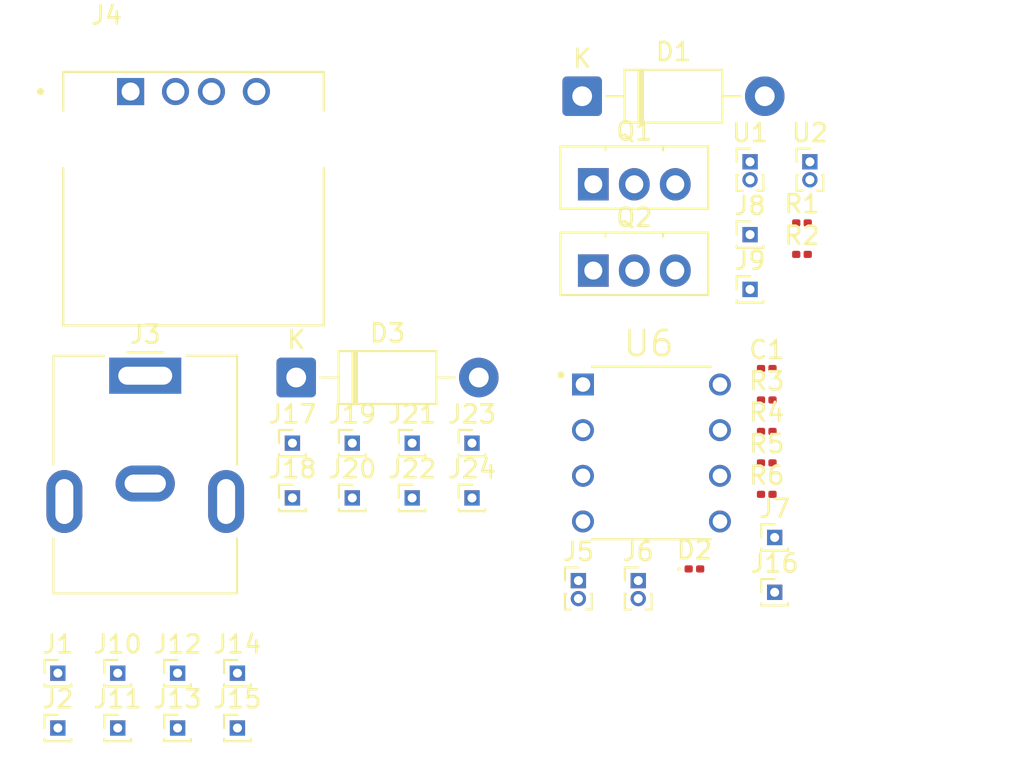
<source format=kicad_pcb>
(kicad_pcb (version 20241229) (generator "pcbnew") (generator_version "9.0")
  (layers (0 "F.Cu" signal) (2 "B.Cu" signal) (13 "F.Paste" user) (15 "B.Paste" user) (5 "F.SilkS" user "F.Silkscreen") (7 "B.SilkS" user "B.Silkscreen") (1 "F.Mask" user) (3 "B.Mask" user) (25 "Edge.Cuts" user))
  (net 0 "")
  (net 1 "GND")
  (net 2 "Net-(J6-Pin_1)")
  (net 3 "+12V")
  (net 4 "Net-(D1-A)")
  (net 5 "Net-(D2-A)")
  (net 6 "Net-(D3-A)")
  (net 7 "+5V Pi")
  (net 8 "Net-(J1-Pin_1)")
  (net 9 "+7V")
  (net 12 "Net-(J5-Pin_1)")
  (net 13 "Net-(J7-Pin_1)")
  (net 14 "Net-(J8-Pin_1)")
  (net 15 "Net-(J9-Pin_1)")
  (net 16 "Net-(J10-Pin_1)")
  (net 17 "Net-(J16-Pin_1)")
  (net 18 "Net-(Q1-B)")
  (net 19 "Net-(Q2-C)")
  (net 20 "Net-(Q2-B)")
  (net 21 "Net-(U6-DISCH)")
  (footprint "Connector_BarrelJack:BarrelJack_CUI_PJ-063AH_Horizontal" (layer "F.Cu") (at 6.025 17.175)
    (property "Reference" "J3" (at 0 -2.3 0) (layer "F.SilkS"))
    (property "Value" "Barrel_Jack")
    (fp_line (start -5.11 -1.11) (end -2.3 -1.11) (stroke (width 0.12)) (layer "F.SilkS"))
    (fp_line (start -5.11 4.95) (end -5.11 -1.11) (stroke (width 0.12)) (layer "F.SilkS"))
    (fp_line (start -5.11 12.11) (end -5.11 9.05) (stroke (width 0.12)) (layer "F.SilkS"))
    (fp_line (start -1 -1.3) (end 1 -1.3) (stroke (width 0.12)) (layer "F.SilkS"))
    (fp_line (start 2.3 -1.11) (end 5.11 -1.11) (stroke (width 0.12)) (layer "F.SilkS"))
    (fp_line (start 5.11 -1.11) (end 5.11 4.95) (stroke (width 0.12)) (layer "F.SilkS"))
    (fp_line (start 5.11 9.05) (end 5.11 12.11) (stroke (width 0.12)) (layer "F.SilkS"))
    (fp_line (start 5.11 12.11) (end -5.11 12.11) (stroke (width 0.12)) (layer "F.SilkS"))
    (pad "" np_thru_hole circle (at 0 9) (size 1.6 1.6) (drill 1.6) (layers "*.Cu" "*.Mask"))
    (pad "1" thru_hole rect (at 0 0) (size 4 2) (drill oval 3 1) (layers "*.Cu" "*.Mask") (net 3 "+12V"))
    (pad "2" thru_hole oval (at 0 6) (size 3.3 2) (drill oval 2.3 1) (layers "*.Cu" "*.Mask") (net 1 "GND"))
    (pad "MP" thru_hole oval (at -4.5 7) (size 2 3.5) (drill oval 1 2.5) (layers "*.Cu" "*.Mask"))
    (pad "MP" thru_hole oval (at 4.5 7) (size 2 3.5) (drill oval 1 2.5) (layers "*.Cu" "*.Mask"))
  )
  (footprint "Connector_PinHeader_1.00mm:PinHeader_1x01_P1.00mm_Vertical" (layer "F.Cu") (at 1.165 33.725)
    (property "Reference" "J1" (at 0 -1.61 0) (layer "F.SilkS"))
    (property "Value" "GPIO 21")
    (fp_line (start -0.745 -0.735) (end 0 -0.735) (stroke (width 0.12)) (layer "F.SilkS"))
    (fp_line (start -0.745 0) (end -0.745 -0.735) (stroke (width 0.12)) (layer "F.SilkS"))
    (fp_line (start -0.745 0.735) (end -0.745 0.61) (stroke (width 0.12)) (layer "F.SilkS"))
    (fp_line (start -0.745 0.735) (end -0.685565 0.735) (stroke (width 0.12)) (layer "F.SilkS"))
    (fp_line (start -0.745 0.735) (end 0.745 0.735) (stroke (width 0.12)) (layer "F.SilkS"))
    (fp_line (start 0.685565 0.735) (end 0.745 0.735) (stroke (width 0.12)) (layer "F.SilkS"))
    (fp_line (start 0.745 0.735) (end 0.745 0.61) (stroke (width 0.12)) (layer "F.SilkS"))
    (pad "1" thru_hole rect (at 0 0) (size 0.85 0.85) (drill 0.5) (layers "*.Cu" "*.Mask") (net 8 "Net-(J1-Pin_1)"))
  )
  (footprint "Connector_PinHeader_1.00mm:PinHeader_1x01_P1.00mm_Vertical" (layer "F.Cu") (at 14.215 20.925)
    (property "Reference" "J17" (at 0 -1.61 0) (layer "F.SilkS"))
    (property "Value" "Pi4 12V")
    (fp_line (start -0.745 -0.735) (end 0 -0.735) (stroke (width 0.12)) (layer "F.SilkS"))
    (fp_line (start -0.745 0) (end -0.745 -0.735) (stroke (width 0.12)) (layer "F.SilkS"))
    (fp_line (start -0.745 0.735) (end -0.745 0.61) (stroke (width 0.12)) (layer "F.SilkS"))
    (fp_line (start -0.745 0.735) (end -0.685565 0.735) (stroke (width 0.12)) (layer "F.SilkS"))
    (fp_line (start -0.745 0.735) (end 0.745 0.735) (stroke (width 0.12)) (layer "F.SilkS"))
    (fp_line (start 0.685565 0.735) (end 0.745 0.735) (stroke (width 0.12)) (layer "F.SilkS"))
    (fp_line (start 0.745 0.735) (end 0.745 0.61) (stroke (width 0.12)) (layer "F.SilkS"))
    (pad "1" thru_hole rect (at 0 0) (size 0.85 0.85) (drill 0.5) (layers "*.Cu" "*.Mask") (net 3 "+12V"))
  )
  (footprint "Connector_PinHeader_1.00mm:PinHeader_1x01_P1.00mm_Vertical" (layer "F.Cu") (at 41.045 26.175)
    (property "Reference" "J7" (at 0 -1.61 0) (layer "F.SilkS"))
    (property "Value" "GPIO 22")
    (fp_line (start -0.745 -0.735) (end 0 -0.735) (stroke (width 0.12)) (layer "F.SilkS"))
    (fp_line (start -0.745 0) (end -0.745 -0.735) (stroke (width 0.12)) (layer "F.SilkS"))
    (fp_line (start -0.745 0.735) (end -0.745 0.61) (stroke (width 0.12)) (layer "F.SilkS"))
    (fp_line (start -0.745 0.735) (end -0.685565 0.735) (stroke (width 0.12)) (layer "F.SilkS"))
    (fp_line (start -0.745 0.735) (end 0.745 0.735) (stroke (width 0.12)) (layer "F.SilkS"))
    (fp_line (start 0.685565 0.735) (end 0.745 0.735) (stroke (width 0.12)) (layer "F.SilkS"))
    (fp_line (start 0.745 0.735) (end 0.745 0.61) (stroke (width 0.12)) (layer "F.SilkS"))
    (pad "1" thru_hole rect (at 0 0) (size 0.85 0.85) (drill 0.5) (layers "*.Cu" "*.Mask") (net 13 "Net-(J7-Pin_1)"))
  )
  (footprint "Connector_PinHeader_1.00mm:PinHeader_1x02_P1.00mm_Vertical" (layer "F.Cu") (at 30.125 28.575)
    (property "Reference" "J5" (at 0 -1.61 0) (layer "F.SilkS"))
    (property "Value" "Tanner's Capacitor")
    (fp_line (start -0.745 -0.735) (end 0 -0.735) (stroke (width 0.12)) (layer "F.SilkS"))
    (fp_line (start -0.745 0) (end -0.745 -0.735) (stroke (width 0.12)) (layer "F.SilkS"))
    (fp_line (start -0.745 0.735) (end -0.745 1.61) (stroke (width 0.12)) (layer "F.SilkS"))
    (fp_line (start -0.745 0.735) (end -0.685565 0.735) (stroke (width 0.12)) (layer "F.SilkS"))
    (fp_line (start -0.745 1.61) (end -0.41003 1.61) (stroke (width 0.12)) (layer "F.SilkS"))
    (fp_line (start 0.41003 1.61) (end 0.745 1.61) (stroke (width 0.12)) (layer "F.SilkS"))
    (fp_line (start 0.685565 0.735) (end 0.745 0.735) (stroke (width 0.12)) (layer "F.SilkS"))
    (fp_line (start 0.745 0.735) (end 0.745 1.61) (stroke (width 0.12)) (layer "F.SilkS"))
    (pad "1" thru_hole rect (at 0 0) (size 0.85 0.85) (drill 0.5) (layers "*.Cu" "*.Mask") (net 12 "Net-(J5-Pin_1)"))
    (pad "2" thru_hole circle (at 0 1) (size 0.85 0.85) (drill 0.5) (layers "*.Cu" "*.Mask") (net 1 "GND"))
  )
  (footprint "Connector_PinHeader_1.00mm:PinHeader_1x01_P1.00mm_Vertical" (layer "F.Cu") (at 17.545 23.975)
    (property "Reference" "J20" (at 0 -1.61 0) (layer "F.SilkS"))
    (property "Value" "Pi Buck GND")
    (fp_line (start -0.745 -0.735) (end 0 -0.735) (stroke (width 0.12)) (layer "F.SilkS"))
    (fp_line (start -0.745 0) (end -0.745 -0.735) (stroke (width 0.12)) (layer "F.SilkS"))
    (fp_line (start -0.745 0.735) (end -0.745 0.61) (stroke (width 0.12)) (layer "F.SilkS"))
    (fp_line (start -0.745 0.735) (end -0.685565 0.735) (stroke (width 0.12)) (layer "F.SilkS"))
    (fp_line (start -0.745 0.735) (end 0.745 0.735) (stroke (width 0.12)) (layer "F.SilkS"))
    (fp_line (start 0.685565 0.735) (end 0.745 0.735) (stroke (width 0.12)) (layer "F.SilkS"))
    (fp_line (start 0.745 0.735) (end 0.745 0.61) (stroke (width 0.12)) (layer "F.SilkS"))
    (pad "1" thru_hole rect (at 0 0) (size 0.85 0.85) (drill 0.5) (layers "*.Cu" "*.Mask") (net 1 "GND"))
  )
  (footprint "Connector_PinHeader_1.00mm:PinHeader_1x01_P1.00mm_Vertical" (layer "F.Cu") (at 1.165 36.775)
    (property "Reference" "J2" (at 0 -1.61 0) (layer "F.SilkS"))
    (property "Value" "Pan 5V")
    (fp_line (start -0.745 -0.735) (end 0 -0.735) (stroke (width 0.12)) (layer "F.SilkS"))
    (fp_line (start -0.745 0) (end -0.745 -0.735) (stroke (width 0.12)) (layer "F.SilkS"))
    (fp_line (start -0.745 0.735) (end -0.745 0.61) (stroke (width 0.12)) (layer "F.SilkS"))
    (fp_line (start -0.745 0.735) (end -0.685565 0.735) (stroke (width 0.12)) (layer "F.SilkS"))
    (fp_line (start -0.745 0.735) (end 0.745 0.735) (stroke (width 0.12)) (layer "F.SilkS"))
    (fp_line (start 0.685565 0.735) (end 0.745 0.735) (stroke (width 0.12)) (layer "F.SilkS"))
    (fp_line (start 0.745 0.735) (end 0.745 0.61) (stroke (width 0.12)) (layer "F.SilkS"))
    (pad "1" thru_hole rect (at 0 0) (size 0.85 0.85) (drill 0.5) (layers "*.Cu" "*.Mask") (net 9 "+7V"))
  )
  (footprint "Connector_PinHeader_1.00mm:PinHeader_1x01_P1.00mm_Vertical" (layer "F.Cu") (at 7.825 33.725)
    (property "Reference" "J12" (at 0 -1.61 0) (layer "F.SilkS"))
    (property "Value" "Pan GND")
    (fp_line (start -0.745 -0.735) (end 0 -0.735) (stroke (width 0.12)) (layer "F.SilkS"))
    (fp_line (start -0.745 0) (end -0.745 -0.735) (stroke (width 0.12)) (layer "F.SilkS"))
    (fp_line (start -0.745 0.735) (end -0.745 0.61) (stroke (width 0.12)) (layer "F.SilkS"))
    (fp_line (start -0.745 0.735) (end -0.685565 0.735) (stroke (width 0.12)) (layer "F.SilkS"))
    (fp_line (start -0.745 0.735) (end 0.745 0.735) (stroke (width 0.12)) (layer "F.SilkS"))
    (fp_line (start 0.685565 0.735) (end 0.745 0.735) (stroke (width 0.12)) (layer "F.SilkS"))
    (fp_line (start 0.745 0.735) (end 0.745 0.61) (stroke (width 0.12)) (layer "F.SilkS"))
    (pad "1" thru_hole rect (at 0 0) (size 0.85 0.85) (drill 0.5) (layers "*.Cu" "*.Mask") (net 1 "GND"))
  )
  (footprint "Connector_PinHeader_1.00mm:PinHeader_1x01_P1.00mm_Vertical" (layer "F.Cu") (at 14.215 23.975)
    (property "Reference" "J18" (at 0 -1.61 0) (layer "F.SilkS"))
    (property "Value" "Pi4 GND")
    (fp_line (start -0.745 -0.735) (end 0 -0.735) (stroke (width 0.12)) (layer "F.SilkS"))
    (fp_line (start -0.745 0) (end -0.745 -0.735) (stroke (width 0.12)) (layer "F.SilkS"))
    (fp_line (start -0.745 0.735) (end -0.745 0.61) (stroke (width 0.12)) (layer "F.SilkS"))
    (fp_line (start -0.745 0.735) (end -0.685565 0.735) (stroke (width 0.12)) (layer "F.SilkS"))
    (fp_line (start -0.745 0.735) (end 0.745 0.735) (stroke (width 0.12)) (layer "F.SilkS"))
    (fp_line (start 0.685565 0.735) (end 0.745 0.735) (stroke (width 0.12)) (layer "F.SilkS"))
    (fp_line (start 0.745 0.735) (end 0.745 0.61) (stroke (width 0.12)) (layer "F.SilkS"))
    (pad "1" thru_hole rect (at 0 0) (size 0.85 0.85) (drill 0.5) (layers "*.Cu" "*.Mask") (net 1 "GND"))
  )
  (footprint "Connector_PinHeader_1.00mm:PinHeader_1x01_P1.00mm_Vertical" (layer "F.Cu") (at 4.495 33.725)
    (property "Reference" "J10" (at 0 -1.61 0) (layer "F.SilkS"))
    (property "Value" "GPIO 20")
    (fp_line (start -0.745 -0.735) (end 0 -0.735) (stroke (width 0.12)) (layer "F.SilkS"))
    (fp_line (start -0.745 0) (end -0.745 -0.735) (stroke (width 0.12)) (layer "F.SilkS"))
    (fp_line (start -0.745 0.735) (end -0.745 0.61) (stroke (width 0.12)) (layer "F.SilkS"))
    (fp_line (start -0.745 0.735) (end -0.685565 0.735) (stroke (width 0.12)) (layer "F.SilkS"))
    (fp_line (start -0.745 0.735) (end 0.745 0.735) (stroke (width 0.12)) (layer "F.SilkS"))
    (fp_line (start 0.685565 0.735) (end 0.745 0.735) (stroke (width 0.12)) (layer "F.SilkS"))
    (fp_line (start 0.745 0.735) (end 0.745 0.61) (stroke (width 0.12)) (layer "F.SilkS"))
    (pad "1" thru_hole rect (at 0 0) (size 0.85 0.85) (drill 0.5) (layers "*.Cu" "*.Mask") (net 16 "Net-(J10-Pin_1)"))
  )
  (footprint "Connector_PinHeader_1.00mm:PinHeader_1x02_P1.00mm_Vertical" (layer "F.Cu") (at 43.005 5.275)
    (property "Reference" "U2" (at 0 -1.61 0) (layer "F.SilkS"))
    (property "Value" "~")
    (fp_line (start -0.745 -0.735) (end 0 -0.735) (stroke (width 0.12)) (layer "F.SilkS"))
    (fp_line (start -0.745 0) (end -0.745 -0.735) (stroke (width 0.12)) (layer "F.SilkS"))
    (fp_line (start -0.745 0.735) (end -0.745 1.61) (stroke (width 0.12)) (layer "F.SilkS"))
    (fp_line (start -0.745 0.735) (end -0.685565 0.735) (stroke (width 0.12)) (layer "F.SilkS"))
    (fp_line (start -0.745 1.61) (end -0.41003 1.61) (stroke (width 0.12)) (layer "F.SilkS"))
    (fp_line (start 0.41003 1.61) (end 0.745 1.61) (stroke (width 0.12)) (layer "F.SilkS"))
    (fp_line (start 0.685565 0.735) (end 0.745 0.735) (stroke (width 0.12)) (layer "F.SilkS"))
    (fp_line (start 0.745 0.735) (end 0.745 1.61) (stroke (width 0.12)) (layer "F.SilkS"))
    (pad "1" thru_hole rect (at 0 0) (size 0.85 0.85) (drill 0.5) (layers "*.Cu" "*.Mask"))
    (pad "2" thru_hole circle (at 0 1) (size 0.85 0.85) (drill 0.5) (layers "*.Cu" "*.Mask"))
  )
  (footprint "Connector_PinHeader_1.00mm:PinHeader_1x02_P1.00mm_Vertical" (layer "F.Cu") (at 33.455 28.575)
    (property "Reference" "J6" (at 0 -1.61 0) (layer "F.SilkS"))
    (property "Value" "Water Float Switch")
    (fp_line (start -0.745 -0.735) (end 0 -0.735) (stroke (width 0.12)) (layer "F.SilkS"))
    (fp_line (start -0.745 0) (end -0.745 -0.735) (stroke (width 0.12)) (layer "F.SilkS"))
    (fp_line (start -0.745 0.735) (end -0.745 1.61) (stroke (width 0.12)) (layer "F.SilkS"))
    (fp_line (start -0.745 0.735) (end -0.685565 0.735) (stroke (width 0.12)) (layer "F.SilkS"))
    (fp_line (start -0.745 1.61) (end -0.41003 1.61) (stroke (width 0.12)) (layer "F.SilkS"))
    (fp_line (start 0.41003 1.61) (end 0.745 1.61) (stroke (width 0.12)) (layer "F.SilkS"))
    (fp_line (start 0.685565 0.735) (end 0.745 0.735) (stroke (width 0.12)) (layer "F.SilkS"))
    (fp_line (start 0.745 0.735) (end 0.745 1.61) (stroke (width 0.12)) (layer "F.SilkS"))
    (pad "1" thru_hole rect (at 0 0) (size 0.85 0.85) (drill 0.5) (layers "*.Cu" "*.Mask") (net 2 "Net-(J6-Pin_1)"))
    (pad "2" thru_hole circle (at 0 1) (size 0.85 0.85) (drill 0.5) (layers "*.Cu" "*.Mask") (net 12 "Net-(J5-Pin_1)"))
  )
  (footprint "Connector_PinHeader_1.00mm:PinHeader_1x01_P1.00mm_Vertical" (layer "F.Cu") (at 11.155 36.775)
    (property "Reference" "J15" (at 0 -1.61 0) (layer "F.SilkS"))
    (property "Value" "Tilt GND")
    (fp_line (start -0.745 -0.735) (end 0 -0.735) (stroke (width 0.12)) (layer "F.SilkS"))
    (fp_line (start -0.745 0) (end -0.745 -0.735) (stroke (width 0.12)) (layer "F.SilkS"))
    (fp_line (start -0.745 0.735) (end -0.745 0.61) (stroke (width 0.12)) (layer "F.SilkS"))
    (fp_line (start -0.745 0.735) (end -0.685565 0.735) (stroke (width 0.12)) (layer "F.SilkS"))
    (fp_line (start -0.745 0.735) (end 0.745 0.735) (stroke (width 0.12)) (layer "F.SilkS"))
    (fp_line (start 0.685565 0.735) (end 0.745 0.735) (stroke (width 0.12)) (layer "F.SilkS"))
    (fp_line (start 0.745 0.735) (end 0.745 0.61) (stroke (width 0.12)) (layer "F.SilkS"))
    (pad "1" thru_hole rect (at 0 0) (size 0.85 0.85) (drill 0.5) (layers "*.Cu" "*.Mask") (net 1 "GND"))
  )
  (footprint "Resistor_SMD:R_0201_0603Metric" (layer "F.Cu") (at 40.605 20.275)
    (property "Reference" "R4" (at 0 -1.05 0) (layer "F.SilkS"))
    (property "Value" "10k")
    (pad "1" smd roundrect (at -0.32 0) (size 0.46 0.4) (layers "F.Cu" "F.Mask") (net 21 "Net-(U6-DISCH)"))
    (pad "2" smd roundrect (at 0.32 0) (size 0.46 0.4) (layers "F.Cu" "F.Mask") (net 12 "Net-(J5-Pin_1)"))
  )
  (footprint "LM555CN:DIP762W46P254L960H508Q8" (layer "F.Cu") (at 34.19 21.475)
    (property "Reference" "U6" (at -0.155 -6.089 0) (layer "F.SilkS") (effects (font (size 1.4 1.4))))
    (property "Value" "LM555CN")
    (fp_line (start -3.3 -4.8) (end 3.3 -4.8) (stroke (width 0.127)) (layer "F.SilkS"))
    (fp_line (start -3.3 4.8) (end 3.3 4.8) (stroke (width 0.127)) (layer "F.SilkS"))
    (fp_circle (center -5.03 -4.35) (end -4.93 -4.35) (stroke (width 0.2)) (fill no) (layer "F.SilkS"))
    (pad "1" thru_hole rect (at -3.81 -3.81) (size 1.22 1.22) (drill 0.81) (layers "*.Cu" "*.Mask") (net 1 "GND"))
    (pad "2" thru_hole circle (at -3.81 -1.27) (size 1.22 1.22) (drill 0.81) (layers "*.Cu" "*.Mask") (net 12 "Net-(J5-Pin_1)"))
    (pad "3" thru_hole circle (at -3.81 1.27) (size 1.22 1.22) (drill 0.81) (layers "*.Cu" "*.Mask") (net 17 "Net-(J16-Pin_1)"))
    (pad "4" thru_hole circle (at -3.81 3.81) (size 1.22 1.22) (drill 0.81) (layers "*.Cu" "*.Mask") (net 21 "Net-(U6-DISCH)"))
    (pad "5" thru_hole circle (at 3.81 3.81) (size 1.22 1.22) (drill 0.81) (layers "*.Cu" "*.Mask"))
    (pad "6" thru_hole circle (at 3.81 1.27) (size 1.22 1.22) (drill 0.81) (layers "*.Cu" "*.Mask") (net 12 "Net-(J5-Pin_1)"))
    (pad "7" thru_hole circle (at 3.81 -1.27) (size 1.22 1.22) (drill 0.81) (layers "*.Cu" "*.Mask") (net 21 "Net-(U6-DISCH)"))
    (pad "8" thru_hole circle (at 3.81 -3.81) (size 1.22 1.22) (drill 0.81) (layers "*.Cu" "*.Mask") (net 3 "+12V"))
  )
  (footprint "Package_TO_SOT_THT:TO-126-3_Vertical" (layer "F.Cu") (at 30.955 11.325)
    (property "Reference" "Q2" (at 2.28 -2.95 0) (layer "F.SilkS"))
    (property "Value" "C6144")
    (fp_line (start -1.83 -2.11) (end 6.39 -2.11) (stroke (width 0.12)) (layer "F.SilkS"))
    (fp_line (start -1.83 1.36) (end -1.83 -2.11) (stroke (width 0.12)) (layer "F.SilkS"))
    (fp_line (start 0.68 -2.11) (end 0.68 -1.89) (stroke (width 0.12)) (layer "F.SilkS"))
    (fp_line (start 3.88 -2.11) (end 3.88 -1.89) (stroke (width 0.12)) (layer "F.SilkS"))
    (fp_line (start 6.39 -2.11) (end 6.39 1.36) (stroke (width 0.12)) (layer "F.SilkS"))
    (fp_line (start 6.39 1.36) (end -1.83 1.36) (stroke (width 0.12)) (layer "F.SilkS"))
    (pad "1" thru_hole rect (at 0 0) (size 1.71 1.8) (drill 1) (layers "*.Cu" "*.Mask") (net 1 "GND"))
    (pad "2" thru_hole oval (at 2.28 0) (size 1.71 1.8) (drill 1) (layers "*.Cu" "*.Mask") (net 19 "Net-(Q2-C)"))
    (pad "3" thru_hole oval (at 4.56 0) (size 1.71 1.8) (drill 1) (layers "*.Cu" "*.Mask") (net 20 "Net-(Q2-B)"))
  )
  (footprint "LED_SMD:LED_0201_0603Metric" (layer "F.Cu") (at 36.58 27.925)
    (property "Reference" "D2" (at 0 -1.05 0) (layer "F.SilkS"))
    (property "Value" "LED")
    (fp_circle (center -0.86 0) (end -0.81 0) (stroke (width 0.1)) (fill no) (layer "F.SilkS"))
    (pad "1" smd roundrect (at -0.32 0) (size 0.46 0.4) (layers "F.Cu" "F.Mask") (net 1 "GND"))
    (pad "2" smd roundrect (at 0.32 0) (size 0.46 0.4) (layers "F.Cu" "F.Mask") (net 5 "Net-(D2-A)"))
  )
  (footprint "Connector_PinHeader_1.00mm:PinHeader_1x01_P1.00mm_Vertical" (layer "F.Cu") (at 20.875 23.975)
    (property "Reference" "J22" (at 0 -1.61 0) (layer "F.SilkS"))
    (property "Value" "Servo GND")
    (fp_line (start -0.745 -0.735) (end 0 -0.735) (stroke (width 0.12)) (layer "F.SilkS"))
    (fp_line (start -0.745 0) (end -0.745 -0.735) (stroke (width 0.12)) (layer "F.SilkS"))
    (fp_line (start -0.745 0.735) (end -0.745 0.61) (stroke (width 0.12)) (layer "F.SilkS"))
    (fp_line (start -0.745 0.735) (end -0.685565 0.735) (stroke (width 0.12)) (layer "F.SilkS"))
    (fp_line (start -0.745 0.735) (end 0.745 0.735) (stroke (width 0.12)) (layer "F.SilkS"))
    (fp_line (start 0.685565 0.735) (end 0.745 0.735) (stroke (width 0.12)) (layer "F.SilkS"))
    (fp_line (start 0.745 0.735) (end 0.745 0.61) (stroke (width 0.12)) (layer "F.SilkS"))
    (pad "1" thru_hole rect (at 0 0) (size 0.85 0.85) (drill 0.5) (layers "*.Cu" "*.Mask") (net 1 "GND"))
  )
  (footprint "Connector_PinHeader_1.00mm:PinHeader_1x01_P1.00mm_Vertical" (layer "F.Cu") (at 20.875 20.925)
    (property "Reference" "J21" (at 0 -1.61 0) (layer "F.SilkS"))
    (property "Value" "Servo 12V")
    (fp_line (start -0.745 -0.735) (end 0 -0.735) (stroke (width 0.12)) (layer "F.SilkS"))
    (fp_line (start -0.745 0) (end -0.745 -0.735) (stroke (width 0.12)) (layer "F.SilkS"))
    (fp_line (start -0.745 0.735) (end -0.745 0.61) (stroke (width 0.12)) (layer "F.SilkS"))
    (fp_line (start -0.745 0.735) (end -0.685565 0.735) (stroke (width 0.12)) (layer "F.SilkS"))
    (fp_line (start -0.745 0.735) (end 0.745 0.735) (stroke (width 0.12)) (layer "F.SilkS"))
    (fp_line (start 0.685565 0.735) (end 0.745 0.735) (stroke (width 0.12)) (layer "F.SilkS"))
    (fp_line (start 0.745 0.735) (end 0.745 0.61) (stroke (width 0.12)) (layer "F.SilkS"))
    (pad "1" thru_hole rect (at 0 0) (size 0.85 0.85) (drill 0.5) (layers "*.Cu" "*.Mask") (net 3 "+12V"))
  )
  (footprint "Connector_PinHeader_1.00mm:PinHeader_1x02_P1.00mm_Vertical" (layer "F.Cu") (at 39.675 5.275)
    (property "Reference" "U1" (at 0 -1.61 0) (layer "F.SilkS"))
    (property "Value" "~")
    (fp_line (start -0.745 -0.735) (end 0 -0.735) (stroke (width 0.12)) (layer "F.SilkS"))
    (fp_line (start -0.745 0) (end -0.745 -0.735) (stroke (width 0.12)) (layer "F.SilkS"))
    (fp_line (start -0.745 0.735) (end -0.745 1.61) (stroke (width 0.12)) (layer "F.SilkS"))
    (fp_line (start -0.745 0.735) (end -0.685565 0.735) (stroke (width 0.12)) (layer "F.SilkS"))
    (fp_line (start -0.745 1.61) (end -0.41003 1.61) (stroke (width 0.12)) (layer "F.SilkS"))
    (fp_line (start 0.41003 1.61) (end 0.745 1.61) (stroke (width 0.12)) (layer "F.SilkS"))
    (fp_line (start 0.685565 0.735) (end 0.745 0.735) (stroke (width 0.12)) (layer "F.SilkS"))
    (fp_line (start 0.745 0.735) (end 0.745 1.61) (stroke (width 0.12)) (layer "F.SilkS"))
    (pad "1" thru_hole rect (at 0 0) (size 0.85 0.85) (drill 0.5) (layers "*.Cu" "*.Mask"))
    (pad "2" thru_hole circle (at 0 1) (size 0.85 0.85) (drill 0.5) (layers "*.Cu" "*.Mask"))
  )
  (footprint "Connector_PinHeader_1.00mm:PinHeader_1x01_P1.00mm_Vertical" (layer "F.Cu") (at 17.545 20.925)
    (property "Reference" "J19" (at 0 -1.61 0) (layer "F.SilkS"))
    (property "Value" "Pi Buck 5V")
    (fp_line (start -0.745 -0.735) (end 0 -0.735) (stroke (width 0.12)) (layer "F.SilkS"))
    (fp_line (start -0.745 0) (end -0.745 -0.735) (stroke (width 0.12)) (layer "F.SilkS"))
    (fp_line (start -0.745 0.735) (end -0.745 0.61) (stroke (width 0.12)) (layer "F.SilkS"))
    (fp_line (start -0.745 0.735) (end -0.685565 0.735) (stroke (width 0.12)) (layer "F.SilkS"))
    (fp_line (start -0.745 0.735) (end 0.745 0.735) (stroke (width 0.12)) (layer "F.SilkS"))
    (fp_line (start 0.685565 0.735) (end 0.745 0.735) (stroke (width 0.12)) (layer "F.SilkS"))
    (fp_line (start 0.745 0.735) (end 0.745 0.61) (stroke (width 0.12)) (layer "F.SilkS"))
    (pad "1" thru_hole rect (at 0 0) (size 0.85 0.85) (drill 0.5) (layers "*.Cu" "*.Mask") (net 6 "Net-(D3-A)"))
  )
  (footprint "Resistor_SMD:R_0201_0603Metric" (layer "F.Cu") (at 42.565 8.675)
    (property "Reference" "R1" (at 0 -1.05 0) (layer "F.SilkS"))
    (property "Value" "300")
    (pad "1" smd roundrect (at -0.32 0) (size 0.46 0.4) (layers "F.Cu" "F.Mask") (net 14 "Net-(J8-Pin_1)"))
    (pad "2" smd roundrect (at 0.32 0) (size 0.46 0.4) (layers "F.Cu" "F.Mask") (net 20 "Net-(Q2-B)"))
  )
  (footprint "Diode_THT:D_DO-41_SOD81_P10.16mm_Horizontal" (layer "F.Cu") (at 30.335 1.625)
    (property "Reference" "D1" (at 5.08 -2.47 0) (layer "F.SilkS"))
    (property "Value" "1N5818")
    (fp_line (start 1.34 0) (end 2.36 0) (stroke (width 0.12)) (layer "F.SilkS"))
    (fp_line (start 3.14 -1.47) (end 3.14 1.47) (stroke (width 0.12)) (layer "F.SilkS"))
    (fp_line (start 3.26 -1.47) (end 3.26 1.47) (stroke (width 0.12)) (layer "F.SilkS"))
    (fp_line (start 3.38 -1.47) (end 3.38 1.47) (stroke (width 0.12)) (layer "F.SilkS"))
    (fp_line (start 8.82 0) (end 7.8 0) (stroke (width 0.12)) (layer "F.SilkS"))
    (fp_rect (start 2.36 -1.47) (end 7.8 1.47) (stroke (width 0.12)) (fill no) (layer "F.SilkS"))
    (fp_text user "K" (at 0 -2.1 0) (layer "F.SilkS"))
    (pad "1" thru_hole roundrect (at 0 0) (size 2.2 2.2) (drill 1.1) (layers "*.Cu" "*.Mask") (roundrect_rratio 0.113636) (net 3 "+12V"))
    (pad "2" thru_hole circle (at 10.16 0) (size 2.2 2.2) (drill 1.1) (layers "*.Cu" "*.Mask") (net 4 "Net-(D1-A)"))
  )
  (footprint "Resistor_SMD:R_0201_0603Metric" (layer "F.Cu") (at 40.605 22.025)
    (property "Reference" "R5" (at 0 -1.05 0) (layer "F.SilkS"))
    (property "Value" "10k")
    (pad "1" smd roundrect (at -0.32 0) (size 0.46 0.4) (layers "F.Cu" "F.Mask") (net 17 "Net-(J16-Pin_1)"))
    (pad "2" smd roundrect (at 0.32 0) (size 0.46 0.4) (layers "F.Cu" "F.Mask") (net 1 "GND"))
  )
  (footprint "Connector_PinHeader_1.00mm:PinHeader_1x01_P1.00mm_Vertical" (layer "F.Cu") (at 24.205 20.925)
    (property "Reference" "J23" (at 0 -1.61 0) (layer "F.SilkS"))
    (property "Value" "Servo Buck 7V")
    (fp_line (start -0.745 -0.735) (end 0 -0.735) (stroke (width 0.12)) (layer "F.SilkS"))
    (fp_line (start -0.745 0) (end -0.745 -0.735) (stroke (width 0.12)) (layer "F.SilkS"))
    (fp_line (start -0.745 0.735) (end -0.745 0.61) (stroke (width 0.12)) (layer "F.SilkS"))
    (fp_line (start -0.745 0.735) (end -0.685565 0.735) (stroke (width 0.12)) (layer "F.SilkS"))
    (fp_line (start -0.745 0.735) (end 0.745 0.735) (stroke (width 0.12)) (layer "F.SilkS"))
    (fp_line (start 0.685565 0.735) (end 0.745 0.735) (stroke (width 0.12)) (layer "F.SilkS"))
    (fp_line (start 0.745 0.735) (end 0.745 0.61) (stroke (width 0.12)) (layer "F.SilkS"))
    (pad "1" thru_hole rect (at 0 0) (size 0.85 0.85) (drill 0.5) (layers "*.Cu" "*.Mask") (net 9 "+7V"))
  )
  (footprint "Connector_PinHeader_1.00mm:PinHeader_1x01_P1.00mm_Vertical" (layer "F.Cu") (at 41.045 29.225)
    (property "Reference" "J16" (at 0 -1.61 0) (layer "F.SilkS"))
    (property "Value" "GPIO 20")
    (fp_line (start -0.745 -0.735) (end 0 -0.735) (stroke (width 0.12)) (layer "F.SilkS"))
    (fp_line (start -0.745 0) (end -0.745 -0.735) (stroke (width 0.12)) (layer "F.SilkS"))
    (fp_line (start -0.745 0.735) (end -0.745 0.61) (stroke (width 0.12)) (layer "F.SilkS"))
    (fp_line (start -0.745 0.735) (end -0.685565 0.735) (stroke (width 0.12)) (layer "F.SilkS"))
    (fp_line (start -0.745 0.735) (end 0.745 0.735) (stroke (width 0.12)) (layer "F.SilkS"))
    (fp_line (start 0.685565 0.735) (end 0.745 0.735) (stroke (width 0.12)) (layer "F.SilkS"))
    (fp_line (start 0.745 0.735) (end 0.745 0.61) (stroke (width 0.12)) (layer "F.SilkS"))
    (pad "1" thru_hole rect (at 0 0) (size 0.85 0.85) (drill 0.5) (layers "*.Cu" "*.Mask") (net 17 "Net-(J16-Pin_1)"))
  )
  (footprint "USB-A1HSW6:OST_USB-A1HSW6" (layer "F.Cu") (at 8.71 4.075)
    (property "Reference" "J4" (at -4.835 -6.955 0) (layer "F.SilkS"))
    (property "Value" "USB-A1HSW6")
    (fp_line (start -7.25 -3.8) (end -7.25 -1.65) (stroke (width 0.127)) (layer "F.SilkS"))
    (fp_line (start -7.25 -3.8) (end 7.25 -3.8) (stroke (width 0.127)) (layer "F.SilkS"))
    (fp_line (start -7.25 1.55) (end -7.25 10.3) (stroke (width 0.127)) (layer "F.SilkS"))
    (fp_line (start -7.25 10.3) (end 7.25 10.3) (stroke (width 0.127)) (layer "F.SilkS"))
    (fp_line (start 7.25 -3.8) (end 7.25 -1.65) (stroke (width 0.127)) (layer "F.SilkS"))
    (fp_line (start 7.25 10.3) (end 7.25 1.55) (stroke (width 0.127)) (layer "F.SilkS"))
    (fp_circle (center -8.51 -2.71) (end -8.41 -2.71) (stroke (width 0.2)) (fill no) (layer "F.SilkS"))
    (pad "" np_thru_hole circle (at -6.57 0) (size 2.38 2.38) (drill 2.38) (layers "*.Cu" "*.Mask"))
    (pad "" np_thru_hole circle (at 6.57 0) (size 2.38 2.38) (drill 2.38) (layers "*.Cu" "*.Mask"))
    (pad "1" thru_hole rect (at -3.5 -2.71) (size 1.508 1.508) (drill 1) (layers "*.Cu" "*.Mask") (net 7 "+5V Pi"))
    (pad "2" thru_hole circle (at -1 -2.71) (size 1.508 1.508) (drill 1) (layers "*.Cu" "*.Mask"))
    (pad "3" thru_hole circle (at 1 -2.71) (size 1.508 1.508) (drill 1) (layers "*.Cu" "*.Mask"))
    (pad "4" thru_hole circle (at 3.5 -2.71) (size 1.508 1.508) (drill 1) (layers "*.Cu" "*.Mask") (net 1 "GND"))
  )
  (footprint "Connector_PinHeader_1.00mm:PinHeader_1x01_P1.00mm_Vertical" (layer "F.Cu") (at 39.675 12.375)
    (property "Reference" "J9" (at 0 -1.61 0) (layer "F.SilkS"))
    (property "Value" "GPIO 24")
    (fp_line (start -0.745 -0.735) (end 0 -0.735) (stroke (width 0.12)) (layer "F.SilkS"))
    (fp_line (start -0.745 0) (end -0.745 -0.735) (stroke (width 0.12)) (layer "F.SilkS"))
    (fp_line (start -0.745 0.735) (end -0.745 0.61) (stroke (width 0.12)) (layer "F.SilkS"))
    (fp_line (start -0.745 0.735) (end -0.685565 0.735) (stroke (width 0.12)) (layer "F.SilkS"))
    (fp_line (start -0.745 0.735) (end 0.745 0.735) (stroke (width 0.12)) (layer "F.SilkS"))
    (fp_line (start 0.685565 0.735) (end 0.745 0.735) (stroke (width 0.12)) (layer "F.SilkS"))
    (fp_line (start 0.745 0.735) (end 0.745 0.61) (stroke (width 0.12)) (layer "F.SilkS"))
    (pad "1" thru_hole rect (at 0 0) (size 0.85 0.85) (drill 0.5) (layers "*.Cu" "*.Mask") (net 15 "Net-(J9-Pin_1)"))
  )
  (footprint "Resistor_SMD:R_0201_0603Metric" (layer "F.Cu") (at 40.605 18.525)
    (property "Reference" "R3" (at 0 -1.05 0) (layer "F.SilkS"))
    (property "Value" "10k")
    (pad "1" smd roundrect (at -0.32 0) (size 0.46 0.4) (layers "F.Cu" "F.Mask") (net 3 "+12V"))
    (pad "2" smd roundrect (at 0.32 0) (size 0.46 0.4) (layers "F.Cu" "F.Mask") (net 21 "Net-(U6-DISCH)"))
  )
  (footprint "Connector_PinHeader_1.00mm:PinHeader_1x01_P1.00mm_Vertical" (layer "F.Cu") (at 39.675 9.325)
    (property "Reference" "J8" (at 0 -1.61 0) (layer "F.SilkS"))
    (property "Value" "GPIO 23")
    (fp_line (start -0.745 -0.735) (end 0 -0.735) (stroke (width 0.12)) (layer "F.SilkS"))
    (fp_line (start -0.745 0) (end -0.745 -0.735) (stroke (width 0.12)) (layer "F.SilkS"))
    (fp_line (start -0.745 0.735) (end -0.745 0.61) (stroke (width 0.12)) (layer "F.SilkS"))
    (fp_line (start -0.745 0.735) (end -0.685565 0.735) (stroke (width 0.12)) (layer "F.SilkS"))
    (fp_line (start -0.745 0.735) (end 0.745 0.735) (stroke (width 0.12)) (layer "F.SilkS"))
    (fp_line (start 0.685565 0.735) (end 0.745 0.735) (stroke (width 0.12)) (layer "F.SilkS"))
    (fp_line (start 0.745 0.735) (end 0.745 0.61) (stroke (width 0.12)) (layer "F.SilkS"))
    (pad "1" thru_hole rect (at 0 0) (size 0.85 0.85) (drill 0.5) (layers "*.Cu" "*.Mask") (net 14 "Net-(J8-Pin_1)"))
  )
  (footprint "Resistor_SMD:R_0201_0603Metric" (layer "F.Cu") (at 40.605 23.775)
    (property "Reference" "R6" (at 0 -1.05 0) (layer "F.SilkS"))
    (property "Value" "330")
    (pad "1" smd roundrect (at -0.32 0) (size 0.46 0.4) (layers "F.Cu" "F.Mask") (net 13 "Net-(J7-Pin_1)"))
    (pad "2" smd roundrect (at 0.32 0) (size 0.46 0.4) (layers "F.Cu" "F.Mask") (net 5 "Net-(D2-A)"))
  )
  (footprint "Connector_PinHeader_1.00mm:PinHeader_1x01_P1.00mm_Vertical" (layer "F.Cu") (at 7.825 36.775)
    (property "Reference" "J13" (at 0 -1.61 0) (layer "F.SilkS"))
    (property "Value" "Tilt 5V")
    (fp_line (start -0.745 -0.735) (end 0 -0.735) (stroke (width 0.12)) (layer "F.SilkS"))
    (fp_line (start -0.745 0) (end -0.745 -0.735) (stroke (width 0.12)) (layer "F.SilkS"))
    (fp_line (start -0.745 0.735) (end -0.745 0.61) (stroke (width 0.12)) (layer "F.SilkS"))
    (fp_line (start -0.745 0.735) (end -0.685565 0.735) (stroke (width 0.12)) (layer "F.SilkS"))
    (fp_line (start -0.745 0.735) (end 0.745 0.735) (stroke (width 0.12)) (layer "F.SilkS"))
    (fp_line (start 0.685565 0.735) (end 0.745 0.735) (stroke (width 0.12)) (layer "F.SilkS"))
    (fp_line (start 0.745 0.735) (end 0.745 0.61) (stroke (width 0.12)) (layer "F.SilkS"))
    (pad "1" thru_hole rect (at 0 0) (size 0.85 0.85) (drill 0.5) (layers "*.Cu" "*.Mask") (net 9 "+7V"))
  )
  (footprint "Resistor_SMD:R_0201_0603Metric" (layer "F.Cu") (at 42.565 10.425)
    (property "Reference" "R2" (at 0 -1.05 0) (layer "F.SilkS"))
    (property "Value" "300")
    (pad "1" smd roundrect (at -0.32 0) (size 0.46 0.4) (layers "F.Cu" "F.Mask") (net 15 "Net-(J9-Pin_1)"))
    (pad "2" smd roundrect (at 0.32 0) (size 0.46 0.4) (layers "F.Cu" "F.Mask") (net 18 "Net-(Q1-B)"))
  )
  (footprint "Package_TO_SOT_THT:TO-126-3_Vertical" (layer "F.Cu") (at 30.955 6.525)
    (property "Reference" "Q1" (at 2.28 -2.95 0) (layer "F.SilkS"))
    (property "Value" "C6144")
    (fp_line (start -1.83 -2.11) (end 6.39 -2.11) (stroke (width 0.12)) (layer "F.SilkS"))
    (fp_line (start -1.83 1.36) (end -1.83 -2.11) (stroke (width 0.12)) (layer "F.SilkS"))
    (fp_line (start 0.68 -2.11) (end 0.68 -1.89) (stroke (width 0.12)) (layer "F.SilkS"))
    (fp_line (start 3.88 -2.11) (end 3.88 -1.89) (stroke (width 0.12)) (layer "F.SilkS"))
    (fp_line (start 6.39 -2.11) (end 6.39 1.36) (stroke (width 0.12)) (layer "F.SilkS"))
    (fp_line (start 6.39 1.36) (end -1.83 1.36) (stroke (width 0.12)) (layer "F.SilkS"))
    (pad "1" thru_hole rect (at 0 0) (size 1.71 1.8) (drill 1) (layers "*.Cu" "*.Mask") (net 1 "GND"))
    (pad "2" thru_hole oval (at 2.28 0) (size 1.71 1.8) (drill 1) (layers "*.Cu" "*.Mask") (net 4 "Net-(D1-A)"))
    (pad "3" thru_hole oval (at 4.56 0) (size 1.71 1.8) (drill 1) (layers "*.Cu" "*.Mask") (net 18 "Net-(Q1-B)"))
  )
  (footprint "Capacitor_SMD:C_0201_0603Metric" (layer "F.Cu") (at 40.605 16.775)
    (property "Reference" "C1" (at 0 -1.05 0) (layer "F.SilkS"))
    (property "Value" "1u F")
    (pad "1" smd roundrect (at -0.32 0) (size 0.46 0.4) (layers "F.Cu" "F.Mask") (net 2 "Net-(J6-Pin_1)"))
    (pad "2" smd roundrect (at 0.32 0) (size 0.46 0.4) (layers "F.Cu" "F.Mask") (net 1 "GND"))
  )
  (footprint "Diode_THT:D_DO-41_SOD81_P10.16mm_Horizontal" (layer "F.Cu") (at 14.425 17.275)
    (property "Reference" "D3" (at 5.08 -2.47 0) (layer "F.SilkS"))
    (property "Value" "1N5818")
    (fp_line (start 1.34 0) (end 2.36 0) (stroke (width 0.12)) (layer "F.SilkS"))
    (fp_line (start 3.14 -1.47) (end 3.14 1.47) (stroke (width 0.12)) (layer "F.SilkS"))
    (fp_line (start 3.26 -1.47) (end 3.26 1.47) (stroke (width 0.12)) (layer "F.SilkS"))
    (fp_line (start 3.38 -1.47) (end 3.38 1.47) (stroke (width 0.12)) (layer "F.SilkS"))
    (fp_line (start 8.82 0) (end 7.8 0) (stroke (width 0.12)) (layer "F.SilkS"))
    (fp_rect (start 2.36 -1.47) (end 7.8 1.47) (stroke (width 0.12)) (fill no) (layer "F.SilkS"))
    (fp_text user "K" (at 0 -2.1 0) (layer "F.SilkS"))
    (pad "1" thru_hole roundrect (at 0 0) (size 2.2 2.2) (drill 1.1) (layers "*.Cu" "*.Mask") (roundrect_rratio 0.113636) (net 7 "+5V Pi"))
    (pad "2" thru_hole circle (at 10.16 0) (size 2.2 2.2) (drill 1.1) (layers "*.Cu" "*.Mask") (net 6 "Net-(D3-A)"))
  )
  (footprint "Connector_PinHeader_1.00mm:PinHeader_1x01_P1.00mm_Vertical" (layer "F.Cu") (at 11.155 33.725)
    (property "Reference" "J14" (at 0 -1.61 0) (layer "F.SilkS"))
    (property "Value" "Tilt GPIO")
    (fp_line (start -0.745 -0.735) (end 0 -0.735) (stroke (width 0.12)) (layer "F.SilkS"))
    (fp_line (start -0.745 0) (end -0.745 -0.735) (stroke (width 0.12)) (layer "F.SilkS"))
    (fp_line (start -0.745 0.735) (end -0.745 0.61) (stroke (width 0.12)) (layer "F.SilkS"))
    (fp_line (start -0.745 0.735) (end -0.685565 0.735) (stroke (width 0.12)) (layer "F.SilkS"))
    (fp_line (start -0.745 0.735) (end 0.745 0.735) (stroke (width 0.12)) (layer "F.SilkS"))
    (fp_line (start 0.685565 0.735) (end 0.745 0.735) (stroke (width 0.12)) (layer "F.SilkS"))
    (fp_line (start 0.745 0.735) (end 0.745 0.61) (stroke (width 0.12)) (layer "F.SilkS"))
    (pad "1" thru_hole rect (at 0 0) (size 0.85 0.85) (drill 0.5) (layers "*.Cu" "*.Mask") (net 8 "Net-(J1-Pin_1)"))
  )
  (footprint "Connector_PinHeader_1.00mm:PinHeader_1x01_P1.00mm_Vertical" (layer "F.Cu") (at 24.205 23.975)
    (property "Reference" "J24" (at 0 -1.61 0) (layer "F.SilkS"))
    (property "Value" "Servo Buck GND")
    (fp_line (start -0.745 -0.735) (end 0 -0.735) (stroke (width 0.12)) (layer "F.SilkS"))
    (fp_line (start -0.745 0) (end -0.745 -0.735) (stroke (width 0.12)) (layer "F.SilkS"))
    (fp_line (start -0.745 0.735) (end -0.745 0.61) (stroke (width 0.12)) (layer "F.SilkS"))
    (fp_line (start -0.745 0.735) (end -0.685565 0.735) (stroke (width 0.12)) (layer "F.SilkS"))
    (fp_line (start -0.745 0.735) (end 0.745 0.735) (stroke (width 0.12)) (layer "F.SilkS"))
    (fp_line (start 0.685565 0.735) (end 0.745 0.735) (stroke (width 0.12)) (layer "F.SilkS"))
    (fp_line (start 0.745 0.735) (end 0.745 0.61) (stroke (width 0.12)) (layer "F.SilkS"))
    (pad "1" thru_hole rect (at 0 0) (size 0.85 0.85) (drill 0.5) (layers "*.Cu" "*.Mask") (net 1 "GND"))
  )
  (footprint "Connector_PinHeader_1.00mm:PinHeader_1x01_P1.00mm_Vertical" (layer "F.Cu") (at 4.495 36.775)
    (property "Reference" "J11" (at 0 -1.61 0) (layer "F.SilkS"))
    (property "Value" "Pan GPIO")
    (fp_line (start -0.745 -0.735) (end 0 -0.735) (stroke (width 0.12)) (layer "F.SilkS"))
    (fp_line (start -0.745 0) (end -0.745 -0.735) (stroke (width 0.12)) (layer "F.SilkS"))
    (fp_line (start -0.745 0.735) (end -0.745 0.61) (stroke (width 0.12)) (layer "F.SilkS"))
    (fp_line (start -0.745 0.735) (end -0.685565 0.735) (stroke (width 0.12)) (layer "F.SilkS"))
    (fp_line (start -0.745 0.735) (end 0.745 0.735) (stroke (width 0.12)) (layer "F.SilkS"))
    (fp_line (start 0.685565 0.735) (end 0.745 0.735) (stroke (width 0.12)) (layer "F.SilkS"))
    (fp_line (start 0.745 0.735) (end 0.745 0.61) (stroke (width 0.12)) (layer "F.SilkS"))
    (pad "1" thru_hole rect (at 0 0) (size 0.85 0.85) (drill 0.5) (layers "*.Cu" "*.Mask") (net 16 "Net-(J10-Pin_1)"))
  )
)
</source>
